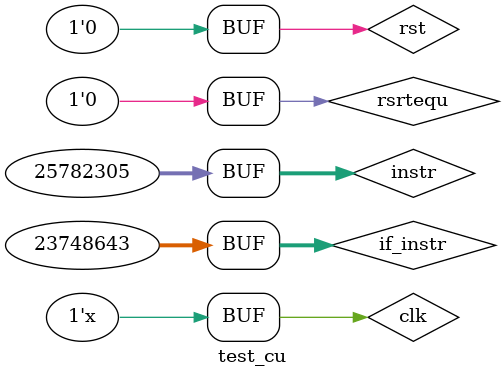
<source format=v>
`timescale 1ns / 1ps


module test_cu;

	// Inputs
	reg clk;
	reg rst;
	reg [31:0] if_instr;
	reg [31:0] instr;
	reg rsrtequ;

	// Outputs
	wire cu_branch;
	wire cu_wreg;
	wire cu_m2reg;
	wire cu_wmem;
	wire [3:0] cu_aluc;
	wire cu_shift;
	wire cu_aluimm;
	wire cu_sext;
	wire cu_regrt;
	wire cu_wpcir;
	wire [1:0] cu_FWA;
	wire [1:0] cu_FWB;
	wire cu_jump;
	wire cu_jal;
	wire cu_jr;

	// Instantiate the Unit Under Test (UUT)
	ctrl_unit uut (
		.clk(clk), 
		.rst(rst), 
		.if_instr(if_instr), 
		.instr(instr), 
		.cu_branch(cu_branch), 
		.cu_wreg(cu_wreg), 
		.cu_m2reg(cu_m2reg), 
		.cu_wmem(cu_wmem), 
		.cu_aluc(cu_aluc), 
		.cu_shift(cu_shift), 
		.cu_aluimm(cu_aluimm), 
		.cu_sext(cu_sext), 
		.cu_regrt(cu_regrt), 
		.cu_wpcir(cu_wpcir), 
		.cu_FWA(cu_FWA), 
		.cu_FWB(cu_FWB), 
		.cu_jump(cu_jump), 
		.rsrtequ(rsrtequ), 
		.cu_jal(cu_jal), 
		.cu_jr(cu_jr)
	);
parameter FULL_CYC = 40, HALF_CYC = FULL_CYC/2;

	initial begin
		// Initialize Inputs
		clk = 0;
		rst = 0;
		if_instr = 0;
		instr = 0;
		rsrtequ = 0;

		// Wait 100 ns for global reset to finish
		#100;
        
		// Add stimulus here
			#15;if_instr[31:0]=32'h8c090014;
		
		#FULL_CYC;
		instr[31:0]=32'h8c090014;
		if_instr[31:0] = 32'h8c0a0015;
		
		#FULL_CYC;
		instr[31:0] = 32'h8c0a0015;
		if_instr[31:0] = 32'h012a5820;
		
		#FULL_CYC;
		instr[31:0] = 32'h012a5820;
		if_instr[31:0] = 32'h012b4022;
		
		#FULL_CYC;
		instr[31:0] = 32'h012b4022;
		if_instr[31:0] = 32'h0c000025;
		
		#FULL_CYC;
		instr[31:0] = 32'h0c000025;
		if_instr[31:0] = 32'h01896821;
		
		#FULL_CYC;
		instr[31:0] = 32'h01896821;
		if_instr[31:0] = 32'h016a6023;
		
	end

	

	always #HALF_CYC clk = ~clk;




      
endmodule


</source>
